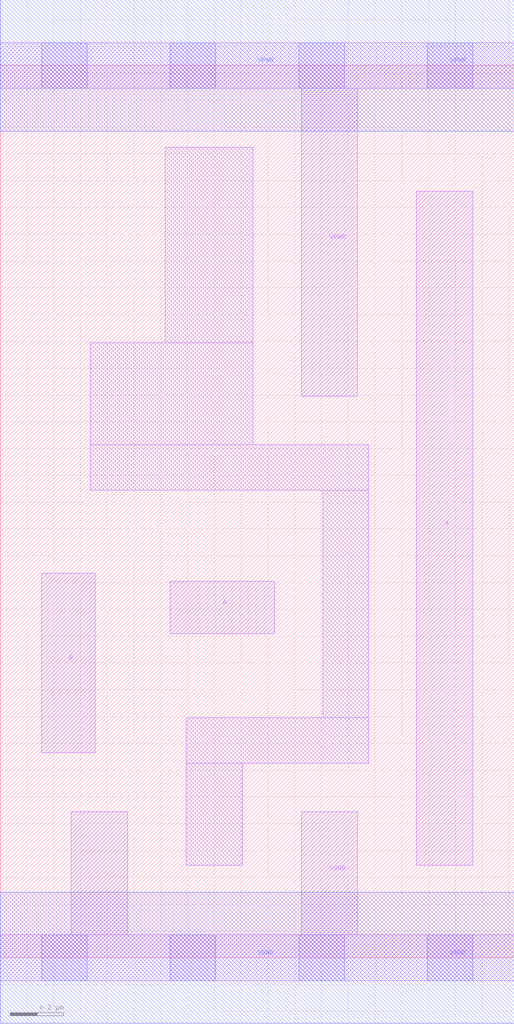
<source format=lef>
# Copyright 2020 The SkyWater PDK Authors
#
# Licensed under the Apache License, Version 2.0 (the "License");
# you may not use this file except in compliance with the License.
# You may obtain a copy of the License at
#
#     https://www.apache.org/licenses/LICENSE-2.0
#
# Unless required by applicable law or agreed to in writing, software
# distributed under the License is distributed on an "AS IS" BASIS,
# WITHOUT WARRANTIES OR CONDITIONS OF ANY KIND, either express or implied.
# See the License for the specific language governing permissions and
# limitations under the License.
#
# SPDX-License-Identifier: Apache-2.0

VERSION 5.7 ;
  NAMESCASESENSITIVE ON ;
  NOWIREEXTENSIONATPIN ON ;
  DIVIDERCHAR "/" ;
  BUSBITCHARS "[]" ;
UNITS
  DATABASE MICRONS 200 ;
END UNITS
MACRO sky130_fd_sc_lp__or2_m
  CLASS CORE ;
  SOURCE USER ;
  FOREIGN sky130_fd_sc_lp__or2_m ;
  ORIGIN  0.000000  0.000000 ;
  SIZE  1.920000 BY  3.330000 ;
  SYMMETRY X Y R90 ;
  SITE unit ;
  PIN A
    ANTENNAGATEAREA  0.126000 ;
    DIRECTION INPUT ;
    USE SIGNAL ;
    PORT
      LAYER li1 ;
        RECT 0.635000 1.210000 1.025000 1.405000 ;
    END
  END A
  PIN B
    ANTENNAGATEAREA  0.126000 ;
    DIRECTION INPUT ;
    USE SIGNAL ;
    PORT
      LAYER li1 ;
        RECT 0.155000 0.765000 0.355000 1.435000 ;
    END
  END B
  PIN X
    ANTENNADIFFAREA  0.222600 ;
    DIRECTION OUTPUT ;
    USE SIGNAL ;
    PORT
      LAYER li1 ;
        RECT 1.555000 0.345000 1.765000 2.860000 ;
    END
  END X
  PIN VGND
    DIRECTION INOUT ;
    USE GROUND ;
    PORT
      LAYER li1 ;
        RECT 0.000000 -0.085000 1.920000 0.085000 ;
        RECT 0.265000  0.085000 0.475000 0.545000 ;
        RECT 1.125000  0.085000 1.335000 0.545000 ;
      LAYER mcon ;
        RECT 0.155000 -0.085000 0.325000 0.085000 ;
        RECT 0.635000 -0.085000 0.805000 0.085000 ;
        RECT 1.115000 -0.085000 1.285000 0.085000 ;
        RECT 1.595000 -0.085000 1.765000 0.085000 ;
      LAYER met1 ;
        RECT 0.000000 -0.245000 1.920000 0.245000 ;
    END
  END VGND
  PIN VPWR
    DIRECTION INOUT ;
    USE POWER ;
    PORT
      LAYER li1 ;
        RECT 0.000000 3.245000 1.920000 3.415000 ;
        RECT 1.125000 2.095000 1.335000 3.245000 ;
      LAYER mcon ;
        RECT 0.155000 3.245000 0.325000 3.415000 ;
        RECT 0.635000 3.245000 0.805000 3.415000 ;
        RECT 1.115000 3.245000 1.285000 3.415000 ;
        RECT 1.595000 3.245000 1.765000 3.415000 ;
      LAYER met1 ;
        RECT 0.000000 3.085000 1.920000 3.575000 ;
    END
  END VPWR
  OBS
    LAYER li1 ;
      RECT 0.335000 1.745000 1.375000 1.915000 ;
      RECT 0.335000 1.915000 0.945000 2.295000 ;
      RECT 0.615000 2.295000 0.945000 3.025000 ;
      RECT 0.695000 0.345000 0.905000 0.725000 ;
      RECT 0.695000 0.725000 1.375000 0.895000 ;
      RECT 1.205000 0.895000 1.375000 1.745000 ;
  END
END sky130_fd_sc_lp__or2_m

</source>
